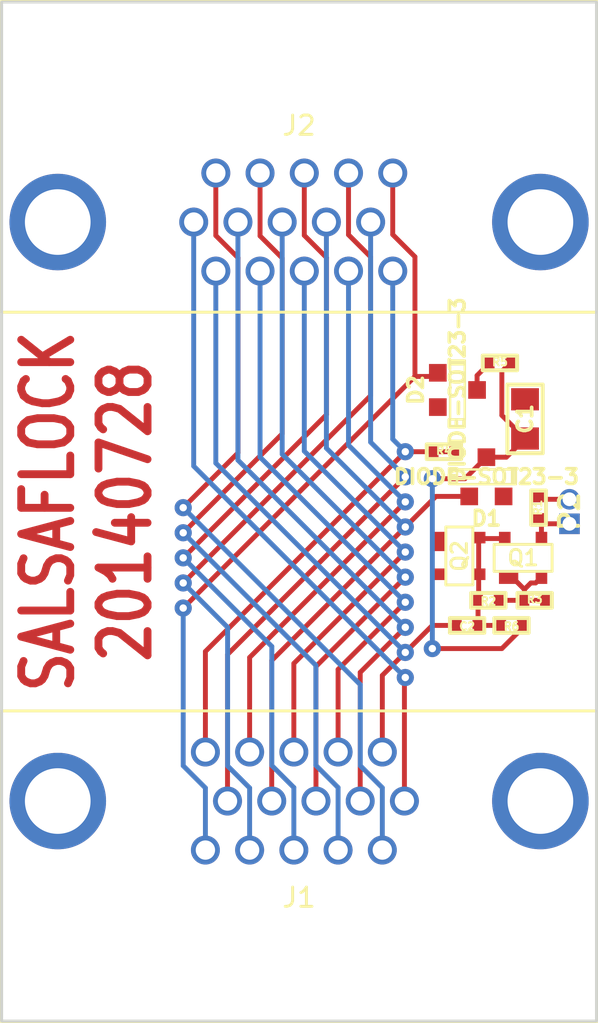
<source format=kicad_pcb>

(kicad_pcb
  (version 3)
  (host pcbnew "(2012-nov-02)-stable")
  (general
    (links 42)
    (no_connects 2)
    (area 102.507658 68.240999 140.739001 121.759001)
    (thickness 1.6)
    (drawings 6)
    (tracks 137)
    (zones 0)
    (modules 15)
    (nets 23))
  (page A3)
  (layers
    (15 F.Cu signal)
    (0 B.Cu signal hide)
    (16 B.Adhes user)
    (17 F.Adhes user)
    (18 B.Paste user)
    (19 F.Paste user)
    (20 B.SilkS user)
    (21 F.SilkS user hide)
    (22 B.Mask user)
    (23 F.Mask user)
    (24 Dwgs.User user)
    (25 Cmts.User user)
    (26 Eco1.User user)
    (27 Eco2.User user)
    (28 Edge.Cuts user))
  (setup
    (last_trace_width 0.254)
    (trace_clearance 0.254)
    (zone_clearance 0.254)
    (zone_45_only no)
    (trace_min 0.254)
    (segment_width 0.15)
    (edge_width 0.15)
    (via_size 0.889)
    (via_drill 0.381)
    (via_min_size 0.6858)
    (via_min_drill 0.381)
    (uvia_size 0.508)
    (uvia_drill 0.127)
    (uvias_allowed no)
    (uvia_min_size 0.508)
    (uvia_min_drill 0.127)
    (pcb_text_width 0.3)
    (pcb_text_size 1 1)
    (mod_edge_width 0.15)
    (mod_text_size 1 1)
    (mod_text_width 0.15)
    (pad_size 0.6 0.7)
    (pad_drill 0)
    (pad_to_mask_clearance 0.0762)
    (aux_axis_origin 0 0)
    (visible_elements FFFFBFBF)
    (pcbplotparams
      (layerselection 283672577)
      (usegerberextensions true)
      (excludeedgelayer true)
      (linewidth 152400)
      (plotframeref false)
      (viasonmask false)
      (mode 1)
      (useauxorigin false)
      (hpglpennumber 1)
      (hpglpenspeed 20)
      (hpglpendiameter 15)
      (hpglpenoverlay 2)
      (psnegative false)
      (psa4output false)
      (plotreference false)
      (plotvalue false)
      (plotothertext true)
      (plotinvisibletext false)
      (padsonsilk false)
      (subtractmaskfromsilk false)
      (outputformat 1)
      (mirror false)
      (drillshape 0)
      (scaleselection 1)
      (outputdirectory gerbers)))
  (net 0 "")
  (net 1 /DRAIN)
  (net 2 /GATE)
  (net 3 /KEY)
  (net 4 /RED)
  (net 5 /SCL)
  (net 6 /SHIELD)
  (net 7 /SOURCE)
  (net 8 /VGAGND)
  (net 9 GND)
  (net 10 N-000001)
  (net 11 N-0000010)
  (net 12 N-0000011)
  (net 13 N-0000014)
  (net 14 N-0000016)
  (net 15 N-000002)
  (net 16 N-000003)
  (net 17 N-000004)
  (net 18 N-000005)
  (net 19 N-000006)
  (net 20 N-000007)
  (net 21 N-000008)
  (net 22 N-000009)
  (net_class Default "This is the default net class."
    (clearance 0.254)
    (trace_width 0.254)
    (via_dia 0.889)
    (via_drill 0.381)
    (uvia_dia 0.508)
    (uvia_drill 0.127)
    (add_net "")
    (add_net /DRAIN)
    (add_net /GATE)
    (add_net /KEY)
    (add_net /RED)
    (add_net /SCL)
    (add_net /SHIELD)
    (add_net /SOURCE)
    (add_net /VGAGND)
    (add_net GND)
    (add_net N-000001)
    (add_net N-0000010)
    (add_net N-0000011)
    (add_net N-0000014)
    (add_net N-0000016)
    (add_net N-000002)
    (add_net N-000003)
    (add_net N-000004)
    (add_net N-000005)
    (add_net N-000006)
    (add_net N-000007)
    (add_net N-000008)
    (add_net N-000009))
  (module GSG-0402
    (layer F.Cu)
    (tedit 53B03450)
    (tstamp 53B0360A)
    (at 134.8 99.6)
    (path /53703213)
    (solder_mask_margin 0.1016)
    (fp_text reference R2
      (at 0 0.0508)
      (layer F.SilkS)
      (effects
        (font
          (size 0.4064 0.4064)
          (thickness 0.1016))))
    (fp_text value 10k
      (at 0 0.0508)
      (layer F.SilkS) hide
      (effects
        (font
          (size 0.4064 0.4064)
          (thickness 0.1016))))
    (fp_line
      (start 0.889 -0.381)
      (end 0.889 0.381)
      (layer F.SilkS)
      (width 0.2032))
    (fp_line
      (start 0.889 0.381)
      (end -0.889 0.381)
      (layer F.SilkS)
      (width 0.2032))
    (fp_line
      (start -0.889 0.381)
      (end -0.889 -0.381)
      (layer F.SilkS)
      (width 0.2032))
    (fp_line
      (start -0.889 -0.381)
      (end 0.889 -0.381)
      (layer F.SilkS)
      (width 0.2032))
    (pad 2 smd rect
      (at 0.5334 0)
      (size 0.508 0.5588)
      (layers F.Cu F.Paste F.Mask)
      (net 7 /SOURCE)
      (solder_mask_margin 0.1016))
    (pad 1 smd rect
      (at -0.5334 0)
      (size 0.508 0.5588)
      (layers F.Cu F.Paste F.Mask)
      (net 2 /GATE)
      (die_length -2147.483648)
      (solder_mask_margin 0.1016)))
  (module GSG-0402
    (layer F.Cu)
    (tedit 53B3B4DC)
    (tstamp 53B03614)
    (at 137.4 94.8 90)
    (path /5370DAFA)
    (solder_mask_margin 0.1016)
    (fp_text reference R1
      (at 0 -0.037 90)
      (layer F.SilkS)
      (effects
        (font
          (size 0.4064 0.4064)
          (thickness 0.1016))))
    (fp_text value DNP
      (at 0 0.0508 90)
      (layer F.SilkS) hide
      (effects
        (font
          (size 0.4064 0.4064)
          (thickness 0.1016))))
    (fp_line
      (start 0.889 -0.381)
      (end 0.889 0.381)
      (layer F.SilkS)
      (width 0.2032))
    (fp_line
      (start 0.889 0.381)
      (end -0.889 0.381)
      (layer F.SilkS)
      (width 0.2032))
    (fp_line
      (start -0.889 0.381)
      (end -0.889 -0.381)
      (layer F.SilkS)
      (width 0.2032))
    (fp_line
      (start -0.889 -0.381)
      (end 0.889 -0.381)
      (layer F.SilkS)
      (width 0.2032))
    (pad 2 smd rect
      (at 0.5334 0 90)
      (size 0.508 0.5588)
      (layers F.Cu F.Paste F.Mask)
      (net 9 GND)
      (solder_mask_margin 0.1016))
    (pad 1 smd rect
      (at -0.5334 0 90)
      (size 0.508 0.5588)
      (layers F.Cu F.Paste F.Mask)
      (net 1 /DRAIN)
      (die_length -2147.483648)
      (solder_mask_margin 0.1016)))
  (module GSG-50MIL-HEADER-1x2-TH
    (layer F.Cu)
    (tedit 53B03A6B)
    (tstamp 53B035FA)
    (at 139 95 90)
    (path /53B03152)
    (fp_text reference P2
      (at 0 0 90)
      (layer F.SilkS)
      (effects
        (font
          (size 1.00076 1.00076)
          (thickness 0.2032))))
    (fp_text value ANTENNA
      (at 0 0 90)
      (layer F.SilkS) hide
      (effects
        (font
          (size 1.00076 1.00076)
          (thickness 0.2032))))
    (pad 1 thru_hole rect
      (at -0.635 0 90)
      (size 1.0668 1.0668)
      (drill 0.7112)
      (layers *.Cu *.Mask)
      (net 1 /DRAIN))
    (pad 2 thru_hole circle
      (at 0.635 0 90)
      (size 1.0668 1.0668)
      (drill 0.7112)
      (layers *.Cu *.Mask)
      (net 9 GND)))
  (module GSG-0402-SHORT-10MIL
    (layer F.Cu)
    (tedit 53B57B9C)
    (tstamp 53B03628)
    (at 132.5 91.9 180)
    (path /53B032AD)
    (solder_mask_margin 0.1016)
    (fp_text reference R4
      (at 0 0.0508 180)
      (layer F.SilkS)
      (effects
        (font
          (size 0.4064 0.4064)
          (thickness 0.1016))))
    (fp_text value 0
      (at 0 0.0508 180)
      (layer F.SilkS) hide
      (effects
        (font
          (size 0.4064 0.4064)
          (thickness 0.1016))))
    (fp_line
      (start 0.889 -0.381)
      (end 0.889 0.381)
      (layer F.SilkS)
      (width 0.2032))
    (fp_line
      (start 0.889 0.381)
      (end -0.889 0.381)
      (layer F.SilkS)
      (width 0.2032))
    (fp_line
      (start -0.889 0.381)
      (end -0.889 -0.381)
      (layer F.SilkS)
      (width 0.2032))
    (fp_line
      (start -0.889 -0.381)
      (end 0.889 -0.381)
      (layer F.SilkS)
      (width 0.2032))
    (pad 2 smd rect
      (at 0.5334 0 180)
      (size 0.508 0.5588)
      (layers F.Cu F.Mask)
      (net 8 /VGAGND)
      (solder_mask_margin 0.1016))
    (pad 1 smd rect
      (at -0.5334 0 180)
      (size 0.508 0.5588)
      (layers F.Cu F.Mask)
      (die_length -2147.483648)
      (solder_mask_margin 0.1016))
    (pad "" smd rect
      (at 0 0 180)
      (size 0.762 0.254)
      (layers F.Cu F.Mask)))
  (module GSG-0402-SHORT-10MIL
    (layer F.Cu)
    (tedit 53B57B9C)
    (tstamp 53B0361E)
    (at 137.2 99.6 180)
    (path /5370DB07)
    (solder_mask_margin 0.1016)
    (fp_text reference R3
      (at 0 0.0508 180)
      (layer F.SilkS)
      (effects
        (font
          (size 0.4064 0.4064)
          (thickness 0.1016))))
    (fp_text value 0
      (at 0 0.0508 180)
      (layer F.SilkS) hide
      (effects
        (font
          (size 0.4064 0.4064)
          (thickness 0.1016))))
    (fp_line
      (start 0.889 -0.381)
      (end 0.889 0.381)
      (layer F.SilkS)
      (width 0.2032))
    (fp_line
      (start 0.889 0.381)
      (end -0.889 0.381)
      (layer F.SilkS)
      (width 0.2032))
    (fp_line
      (start -0.889 0.381)
      (end -0.889 -0.381)
      (layer F.SilkS)
      (width 0.2032))
    (fp_line
      (start -0.889 -0.381)
      (end 0.889 -0.381)
      (layer F.SilkS)
      (width 0.2032))
    (pad 2 smd rect
      (at 0.5334 0 180)
      (size 0.508 0.5588)
      (layers F.Cu F.Mask)
      (net 7 /SOURCE)
      (solder_mask_margin 0.1016))
    (pad 1 smd rect
      (at -0.5334 0 180)
      (size 0.508 0.5588)
      (layers F.Cu F.Mask)
      (die_length -2147.483648)
      (solder_mask_margin 0.1016))
    (pad "" smd rect
      (at 0 0 180)
      (size 0.762 0.254)
      (layers F.Cu F.Mask)))
  (module GSG-DB15-VGA
    (layer F.Cu)
    (tedit 53C81AA9)
    (tstamp 53C81BF1)
    (at 125 110)
    (path /53C80301)
    (fp_text reference J1
      (at 0 5)
      (layer F.SilkS)
      (effects
        (font
          (size 1 1)
          (thickness 0.15))))
    (fp_text value DB15-VGA
      (at 0 7)
      (layer F.SilkS) hide
      (effects
        (font
          (size 1 1)
          (thickness 0.15))))
    (fp_line
      (start -15.41 11.43)
      (end 15.41 11.43)
      (layer F.SilkS)
      (width 0.15))
    (fp_line
      (start 15.41 -4.67)
      (end -15.41 -4.67)
      (layer F.SilkS)
      (width 0.15))
    (fp_line
      (start 15.41 11.43)
      (end 15.41 -4.67)
      (layer F.SilkS)
      (width 0.15))
    (fp_line
      (start -15.41 11.43)
      (end -15.41 -4.67)
      (layer F.SilkS)
      (width 0.15))
    (pad 0 thru_hole circle
      (at -12.495 0)
      (size 5 5)
      (drill 3.4)
      (layers *.Cu *.Mask))
    (pad 0 thru_hole circle
      (at 12.495 0)
      (size 5 5)
      (drill 3.4)
      (layers *.Cu *.Mask))
    (pad 6 thru_hole circle
      (at 5.455 0)
      (size 1.5 1.5)
      (drill 1)
      (layers *.Cu *.Mask)
      (net 19 N-000006))
    (pad 7 thru_hole circle
      (at 3.165 0)
      (size 1.5 1.5)
      (drill 1)
      (layers *.Cu *.Mask)
      (net 15 N-000002))
    (pad 8 thru_hole circle
      (at 0.875 0)
      (size 1.5 1.5)
      (drill 1)
      (layers *.Cu *.Mask)
      (net 20 N-000007))
    (pad 9 thru_hole circle
      (at -1.415 0)
      (size 1.5 1.5)
      (drill 1)
      (layers *.Cu *.Mask)
      (net 3 /KEY))
    (pad 10 thru_hole circle
      (at -3.705 0)
      (size 1.5 1.5)
      (drill 1)
      (layers *.Cu *.Mask)
      (net 10 N-000001))
    (pad 1 thru_hole circle
      (at 4.31 -2.54)
      (size 1.5 1.5)
      (drill 1)
      (layers *.Cu *.Mask)
      (net 4 /RED))
    (pad 2 thru_hole circle
      (at 2.02 -2.54)
      (size 1.5 1.5)
      (drill 1)
      (layers *.Cu *.Mask)
      (net 16 N-000003))
    (pad 3 thru_hole circle
      (at -0.27 -2.54)
      (size 1.5 1.5)
      (drill 1)
      (layers *.Cu *.Mask)
      (net 17 N-000004))
    (pad 4 thru_hole circle
      (at -2.56 -2.54)
      (size 1.5 1.5)
      (drill 1)
      (layers *.Cu *.Mask)
      (net 18 N-000005))
    (pad 5 thru_hole circle
      (at -4.85 -2.54)
      (size 1.5 1.5)
      (drill 1)
      (layers *.Cu *.Mask)
      (net 8 /VGAGND))
    (pad 11 thru_hole circle
      (at 4.31 2.54)
      (size 1.5 1.5)
      (drill 1)
      (layers *.Cu *.Mask)
      (net 21 N-000008))
    (pad 12 thru_hole circle
      (at 2.02 2.54)
      (size 1.5 1.5)
      (drill 1)
      (layers *.Cu *.Mask)
      (net 22 N-000009))
    (pad 13 thru_hole circle
      (at -0.27 2.54)
      (size 1.5 1.5)
      (drill 1)
      (layers *.Cu *.Mask)
      (net 11 N-0000010))
    (pad 14 thru_hole circle
      (at -2.56 2.54)
      (size 1.5 1.5)
      (drill 1)
      (layers *.Cu *.Mask)
      (net 12 N-0000011))
    (pad 15 thru_hole circle
      (at -4.85 2.54)
      (size 1.5 1.5)
      (drill 1)
      (layers *.Cu *.Mask)
      (net 5 /SCL)))
  (module GSG-DB15-VGA
    (layer F.Cu)
    (tedit 53C81AA9)
    (tstamp 53C81C0A)
    (at 125 80 180)
    (path /53C8030E)
    (fp_text reference J2
      (at 0 5 180)
      (layer F.SilkS)
      (effects
        (font
          (size 1 1)
          (thickness 0.15))))
    (fp_text value DB15-VGA
      (at 0 7 180)
      (layer F.SilkS) hide
      (effects
        (font
          (size 1 1)
          (thickness 0.15))))
    (fp_line
      (start -15.41 11.43)
      (end 15.41 11.43)
      (layer F.SilkS)
      (width 0.15))
    (fp_line
      (start 15.41 -4.67)
      (end -15.41 -4.67)
      (layer F.SilkS)
      (width 0.15))
    (fp_line
      (start 15.41 11.43)
      (end 15.41 -4.67)
      (layer F.SilkS)
      (width 0.15))
    (fp_line
      (start -15.41 11.43)
      (end -15.41 -4.67)
      (layer F.SilkS)
      (width 0.15))
    (pad 0 thru_hole circle
      (at -12.495 0 180)
      (size 5 5)
      (drill 3.4)
      (layers *.Cu *.Mask))
    (pad 0 thru_hole circle
      (at 12.495 0 180)
      (size 5 5)
      (drill 3.4)
      (layers *.Cu *.Mask))
    (pad 6 thru_hole circle
      (at 5.455 0 180)
      (size 1.5 1.5)
      (drill 1)
      (layers *.Cu *.Mask)
      (net 19 N-000006))
    (pad 7 thru_hole circle
      (at 3.165 0 180)
      (size 1.5 1.5)
      (drill 1)
      (layers *.Cu *.Mask)
      (net 15 N-000002))
    (pad 8 thru_hole circle
      (at 0.875 0 180)
      (size 1.5 1.5)
      (drill 1)
      (layers *.Cu *.Mask)
      (net 20 N-000007))
    (pad 9 thru_hole circle
      (at -1.415 0 180)
      (size 1.5 1.5)
      (drill 1)
      (layers *.Cu *.Mask)
      (net 3 /KEY))
    (pad 10 thru_hole circle
      (at -3.705 0 180)
      (size 1.5 1.5)
      (drill 1)
      (layers *.Cu *.Mask)
      (net 10 N-000001))
    (pad 1 thru_hole circle
      (at 4.31 -2.54 180)
      (size 1.5 1.5)
      (drill 1)
      (layers *.Cu *.Mask)
      (net 4 /RED))
    (pad 2 thru_hole circle
      (at 2.02 -2.54 180)
      (size 1.5 1.5)
      (drill 1)
      (layers *.Cu *.Mask)
      (net 16 N-000003))
    (pad 3 thru_hole circle
      (at -0.27 -2.54 180)
      (size 1.5 1.5)
      (drill 1)
      (layers *.Cu *.Mask)
      (net 17 N-000004))
    (pad 4 thru_hole circle
      (at -2.56 -2.54 180)
      (size 1.5 1.5)
      (drill 1)
      (layers *.Cu *.Mask)
      (net 18 N-000005))
    (pad 5 thru_hole circle
      (at -4.85 -2.54 180)
      (size 1.5 1.5)
      (drill 1)
      (layers *.Cu *.Mask)
      (net 8 /VGAGND))
    (pad 11 thru_hole circle
      (at 4.31 2.54 180)
      (size 1.5 1.5)
      (drill 1)
      (layers *.Cu *.Mask)
      (net 21 N-000008))
    (pad 12 thru_hole circle
      (at 2.02 2.54 180)
      (size 1.5 1.5)
      (drill 1)
      (layers *.Cu *.Mask)
      (net 22 N-000009))
    (pad 13 thru_hole circle
      (at -0.27 2.54 180)
      (size 1.5 1.5)
      (drill 1)
      (layers *.Cu *.Mask)
      (net 11 N-0000010))
    (pad 14 thru_hole circle
      (at -2.56 2.54 180)
      (size 1.5 1.5)
      (drill 1)
      (layers *.Cu *.Mask)
      (net 12 N-0000011))
    (pad 15 thru_hole circle
      (at -4.85 2.54 180)
      (size 1.5 1.5)
      (drill 1)
      (layers *.Cu *.Mask)
      (net 5 /SCL)))
  (module GSG-0402
    (layer F.Cu)
    (tedit 53B03450)
    (tstamp 53C81C3A)
    (at 135.4 87.3 180)
    (path /53BD859D)
    (solder_mask_margin 0.1016)
    (fp_text reference R5
      (at 0 0.0508 180)
      (layer F.SilkS)
      (effects
        (font
          (size 0.4064 0.4064)
          (thickness 0.1016))))
    (fp_text value 10k
      (at 0 0.0508 180)
      (layer F.SilkS) hide
      (effects
        (font
          (size 0.4064 0.4064)
          (thickness 0.1016))))
    (fp_line
      (start 0.889 -0.381)
      (end 0.889 0.381)
      (layer F.SilkS)
      (width 0.2032))
    (fp_line
      (start 0.889 0.381)
      (end -0.889 0.381)
      (layer F.SilkS)
      (width 0.2032))
    (fp_line
      (start -0.889 0.381)
      (end -0.889 -0.381)
      (layer F.SilkS)
      (width 0.2032))
    (fp_line
      (start -0.889 -0.381)
      (end 0.889 -0.381)
      (layer F.SilkS)
      (width 0.2032))
    (pad 2 smd rect
      (at 0.5334 0 180)
      (size 0.508 0.5588)
      (layers F.Cu F.Paste F.Mask)
      (net 13 N-0000014)
      (solder_mask_margin 0.1016))
    (pad 1 smd rect
      (at -0.5334 0 180)
      (size 0.508 0.5588)
      (layers F.Cu F.Paste F.Mask)
      (net 14 N-0000016)
      (die_length -2147.483648)
      (solder_mask_margin 0.1016)))
  (module GSG-0402
    (layer F.Cu)
    (tedit 53B03450)
    (tstamp 53C81C44)
    (at 133.7 100.9)
    (path /53BD8613)
    (solder_mask_margin 0.1016)
    (fp_text reference C2
      (at 0 0.0508)
      (layer F.SilkS)
      (effects
        (font
          (size 0.4064 0.4064)
          (thickness 0.1016))))
    (fp_text value 1uF
      (at 0 0.0508)
      (layer F.SilkS) hide
      (effects
        (font
          (size 0.4064 0.4064)
          (thickness 0.1016))))
    (fp_line
      (start 0.889 -0.381)
      (end 0.889 0.381)
      (layer F.SilkS)
      (width 0.2032))
    (fp_line
      (start 0.889 0.381)
      (end -0.889 0.381)
      (layer F.SilkS)
      (width 0.2032))
    (fp_line
      (start -0.889 0.381)
      (end -0.889 -0.381)
      (layer F.SilkS)
      (width 0.2032))
    (fp_line
      (start -0.889 -0.381)
      (end 0.889 -0.381)
      (layer F.SilkS)
      (width 0.2032))
    (pad 2 smd rect
      (at 0.5334 0)
      (size 0.508 0.5588)
      (layers F.Cu F.Paste F.Mask)
      (net 2 /GATE)
      (solder_mask_margin 0.1016))
    (pad 1 smd rect
      (at -0.5334 0)
      (size 0.508 0.5588)
      (layers F.Cu F.Paste F.Mask)
      (net 4 /RED)
      (die_length -2147.483648)
      (solder_mask_margin 0.1016)))
  (module GSG-0402
    (layer F.Cu)
    (tedit 53B03450)
    (tstamp 53C81C4E)
    (at 136 100.9)
    (path /53BD8718)
    (solder_mask_margin 0.1016)
    (fp_text reference R6
      (at 0 0.0508)
      (layer F.SilkS)
      (effects
        (font
          (size 0.4064 0.4064)
          (thickness 0.1016))))
    (fp_text value 10k
      (at 0 0.0508)
      (layer F.SilkS) hide
      (effects
        (font
          (size 0.4064 0.4064)
          (thickness 0.1016))))
    (fp_line
      (start 0.889 -0.381)
      (end 0.889 0.381)
      (layer F.SilkS)
      (width 0.2032))
    (fp_line
      (start 0.889 0.381)
      (end -0.889 0.381)
      (layer F.SilkS)
      (width 0.2032))
    (fp_line
      (start -0.889 0.381)
      (end -0.889 -0.381)
      (layer F.SilkS)
      (width 0.2032))
    (fp_line
      (start -0.889 -0.381)
      (end 0.889 -0.381)
      (layer F.SilkS)
      (width 0.2032))
    (pad 2 smd rect
      (at 0.5334 0)
      (size 0.508 0.5588)
      (layers F.Cu F.Paste F.Mask)
      (net 14 N-0000016)
      (solder_mask_margin 0.1016))
    (pad 1 smd rect
      (at -0.5334 0)
      (size 0.508 0.5588)
      (layers F.Cu F.Paste F.Mask)
      (net 2 /GATE)
      (die_length -2147.483648)
      (solder_mask_margin 0.1016)))
  (module GSG-0805
    (layer F.Cu)
    (tedit 53C84948)
    (tstamp 53C81C30)
    (at 136.7 90.2 270)
    (path /53BD8720)
    (solder_mask_margin 0.1016)
    (fp_text reference C1
      (at 0 0 270)
      (layer F.SilkS)
      (effects
        (font
          (size 0.762 0.762)
          (thickness 0.1905))))
    (fp_text value 22uF
      (at 0 0 270)
      (layer F.SilkS) hide
      (effects
        (font
          (size 0.762 0.762)
          (thickness 0.1905))))
    (fp_line
      (start -1.778 -0.9144)
      (end 1.778 -0.9144)
      (layer F.SilkS)
      (width 0.2032))
    (fp_line
      (start 1.778 -0.9144)
      (end 1.778 0.9144)
      (layer F.SilkS)
      (width 0.2032))
    (fp_line
      (start 1.778 0.9144)
      (end -1.778 0.9144)
      (layer F.SilkS)
      (width 0.2032))
    (fp_line
      (start -1.778 0.9144)
      (end -1.778 -0.9144)
      (layer F.SilkS)
      (width 0.2032))
    (pad 2 smd rect
      (at 1.016 0 270)
      (size 1.15062 1.44018)
      (layers F.Cu F.Paste F.Mask)
      (net 14 N-0000016)
      (die_length 0.08128)
      (solder_mask_margin 0.1016)
      (clearance 0.1778))
    (pad 1 smd rect
      (at -1.016 0 270)
      (size 1.15062 1.44018)
      (layers F.Cu F.Paste F.Mask)
      (die_length -2147.483648)
      (solder_mask_margin 0.1016)
      (clearance 0.1778)))
  (module GSG-SOT23-3
    (layer F.Cu)
    (tedit 53D5BEF1)
    (tstamp 53C81C18)
    (at 133.2 88.7 90)
    (tags "CMS SOT")
    (path /53D5C057)
    (attr smd)
    (fp_text reference D2
      (at 0 -2.159 90)
      (layer F.SilkS)
      (effects
        (font
          (size 0.762 0.762)
          (thickness 0.1905))))
    (fp_text value DIODE-SOT23-3
      (at 0 0 90)
      (layer F.SilkS)
      (effects
        (font
          (size 0.762 0.762)
          (thickness 0.1905))))
    (fp_line
      (start -1.524 -0.381)
      (end 1.524 -0.381)
      (layer F.SilkS)
      (width 0.127))
    (fp_line
      (start 1.524 -0.381)
      (end 1.524 0.381)
      (layer F.SilkS)
      (width 0.127))
    (fp_line
      (start 1.524 0.381)
      (end -1.524 0.381)
      (layer F.SilkS)
      (width 0.127))
    (fp_line
      (start -1.524 0.381)
      (end -1.524 -0.381)
      (layer F.SilkS)
      (width 0.127))
    (pad 2 smd rect
      (at -0.889 -1.016 90)
      (size 0.9144 0.9144)
      (layers F.Cu F.Paste F.Mask)
      (die_length 0.00762))
    (pad 1 smd rect
      (at 0.889 -1.016 90)
      (size 0.9144 0.9144)
      (layers F.Cu F.Paste F.Mask)
      (net 5 /SCL))
    (pad 3 smd rect
      (at 0 1.016 90)
      (size 0.9144 0.9144)
      (layers F.Cu F.Paste F.Mask)
      (net 13 N-0000014)
      (die_length 0.28194))
    (model smd/cms_sot23.wrl
      (at
        (xyz 0 0 0))
      (scale
        (xyz 0.13 0.15 0.15))
      (rotate
        (xyz 0 0 0))))
  (module GSG-SOT23-3
    (layer F.Cu)
    (tedit 53D5BEF1)
    (tstamp 53C81C26)
    (at 134.7 93.2 180)
    (tags "CMS SOT")
    (path /53D5C022)
    (attr smd)
    (fp_text reference D1
      (at 0 -2.159 180)
      (layer F.SilkS)
      (effects
        (font
          (size 0.762 0.762)
          (thickness 0.1905))))
    (fp_text value DIODE-SOT23-3
      (at 0 0 180)
      (layer F.SilkS)
      (effects
        (font
          (size 0.762 0.762)
          (thickness 0.1905))))
    (fp_line
      (start -1.524 -0.381)
      (end 1.524 -0.381)
      (layer F.SilkS)
      (width 0.127))
    (fp_line
      (start 1.524 -0.381)
      (end 1.524 0.381)
      (layer F.SilkS)
      (width 0.127))
    (fp_line
      (start 1.524 0.381)
      (end -1.524 0.381)
      (layer F.SilkS)
      (width 0.127))
    (fp_line
      (start -1.524 0.381)
      (end -1.524 -0.381)
      (layer F.SilkS)
      (width 0.127))
    (pad 2 smd rect
      (at -0.889 -1.016 180)
      (size 0.9144 0.9144)
      (layers F.Cu F.Paste F.Mask)
      (die_length 0.00762))
    (pad 1 smd rect
      (at 0.889 -1.016 180)
      (size 0.9144 0.9144)
      (layers F.Cu F.Paste F.Mask)
      (net 3 /KEY))
    (pad 3 smd rect
      (at 0 1.016 180)
      (size 0.9144 0.9144)
      (layers F.Cu F.Paste F.Mask)
      (net 14 N-0000016)
      (die_length 0.28194))
    (model smd/cms_sot23.wrl
      (at
        (xyz 0 0 0))
      (scale
        (xyz 0.13 0.15 0.15))
      (rotate
        (xyz 0 0 0))))
  (module GSG-SOT143B-GDS
    (layer F.Cu)
    (tedit 53D5C311)
    (tstamp 53B035F4)
    (at 136.6 97.4)
    (path /53D5C0DC)
    (fp_text reference Q1
      (at 0 0)
      (layer F.SilkS)
      (effects
        (font
          (size 0.8 0.8)
          (thickness 0.15))))
    (fp_text value MOSFET_N
      (at 0 0)
      (layer F.SilkS) hide
      (effects
        (font
          (size 0.8 0.8)
          (thickness 0.15))))
    (fp_line
      (start -1.5 -0.7)
      (end 1.5 -0.7)
      (layer F.SilkS)
      (width 0.15))
    (fp_line
      (start 1.5 -0.7)
      (end 1.5 0.7)
      (layer F.SilkS)
      (width 0.15))
    (fp_line
      (start 1.5 0.7)
      (end -1.5 0.7)
      (layer F.SilkS)
      (width 0.15))
    (fp_line
      (start -1.5 0.7)
      (end -1.5 -0.7)
      (layer F.SilkS)
      (width 0.15))
    (pad B smd rect
      (at -0.75 1)
      (size 1 0.7)
      (layers F.Cu F.Paste F.Mask)
      (net 7 /SOURCE))
    (pad S smd rect
      (at 0.95 1)
      (size 0.6 0.7)
      (layers F.Cu F.Paste F.Mask)
      (net 7 /SOURCE))
    (pad D smd rect
      (at 0.95 -1)
      (size 0.6 0.7)
      (layers F.Cu F.Paste F.Mask)
      (net 1 /DRAIN))
    (pad G smd rect
      (at -0.95 -1)
      (size 0.6 0.7)
      (layers F.Cu F.Paste F.Mask)
      (net 2 /GATE)))
  (module GSG-SOT143B-GDS
    (layer F.Cu)
    (tedit 53D5C311)
    (tstamp 53C81BD8)
    (at 133.3 97.3 270)
    (path /53BD8551)
    (fp_text reference Q2
      (at 0 0 270)
      (layer F.SilkS)
      (effects
        (font
          (size 0.8 0.8)
          (thickness 0.15))))
    (fp_text value MOSFET_N
      (at 0 0 270)
      (layer F.SilkS) hide
      (effects
        (font
          (size 0.8 0.8)
          (thickness 0.15))))
    (fp_line
      (start -1.5 -0.7)
      (end 1.5 -0.7)
      (layer F.SilkS)
      (width 0.15))
    (fp_line
      (start 1.5 -0.7)
      (end 1.5 0.7)
      (layer F.SilkS)
      (width 0.15))
    (fp_line
      (start 1.5 0.7)
      (end -1.5 0.7)
      (layer F.SilkS)
      (width 0.15))
    (fp_line
      (start -1.5 0.7)
      (end -1.5 -0.7)
      (layer F.SilkS)
      (width 0.15))
    (pad B smd rect
      (at -0.75 1 270)
      (size 1 0.7)
      (layers F.Cu F.Paste F.Mask))
    (pad S smd rect
      (at 0.95 1 270)
      (size 0.6 0.7)
      (layers F.Cu F.Paste F.Mask))
    (pad D smd rect
      (at 0.95 -1 270)
      (size 0.6 0.7)
      (layers F.Cu F.Paste F.Mask)
      (net 2 /GATE))
    (pad G smd rect
      (at -0.95 -1 270)
      (size 0.6 0.7)
      (layers F.Cu F.Paste F.Mask)
      (net 2 /GATE)))
  (gr_line
    (start 140.4 68.6)
    (end 109.6 68.6)
    (angle 90)
    (layer Edge.Cuts)
    (width 0.15))
  (gr_line
    (start 140.4 121.4)
    (end 140.4 68.6)
    (angle 90)
    (layer Edge.Cuts)
    (width 0.15))
  (gr_line
    (start 109.6 121.4)
    (end 140.4 121.4)
    (angle 90)
    (layer Edge.Cuts)
    (width 0.15))
  (gr_line
    (start 109.6 68.6)
    (end 109.6 121.4)
    (angle 90)
    (layer Edge.Cuts)
    (width 0.15))
  (gr_text 20140728
    (at 116 95 90)
    (layer F.Cu)
    (effects
      (font
        (size 2.54 2.032)
        (thickness 0.4064))))
  (gr_text SALSAFLOCK
    (at 112 95 90)
    (layer F.Cu)
    (effects
      (font
        (size 2.54 2.032)
        (thickness 0.4064))))
  (segment
    (start 137.55 96.4)
    (end 137.55 95.4834)
    (width 0.254)
    (layer F.Cu)
    (net 1))
  (segment
    (start 137.55 95.4834)
    (end 137.4 95.3334)
    (width 0.254)
    (layer F.Cu)
    (net 1))
  (segment
    (start 139 95.635)
    (end 137.7016 95.635)
    (width 0.254)
    (layer F.Cu)
    (net 1))
  (segment
    (start 137.7016 95.635)
    (end 137.4 95.3334)
    (width 0.254)
    (layer F.Cu)
    (net 1))
  (segment
    (start 134.2334 100.9)
    (end 135.4666 100.9)
    (width 0.254)
    (layer F.Cu)
    (net 2))
  (segment
    (start 134.2666 99.6)
    (end 134.2666 100.8668)
    (width 0.254)
    (layer F.Cu)
    (net 2))
  (segment
    (start 134.2666 100.8668)
    (end 134.2334 100.9)
    (width 0.254)
    (layer F.Cu)
    (net 2))
  (segment
    (start 134.3 98.25)
    (end 134.3 99.5666)
    (width 0.254)
    (layer F.Cu)
    (net 2))
  (segment
    (start 134.3 99.5666)
    (end 134.2666 99.6)
    (width 0.254)
    (layer F.Cu)
    (net 2))
  (segment
    (start 134.3 96.35)
    (end 134.3 98.25)
    (width 0.254)
    (layer F.Cu)
    (net 2))
  (segment
    (start 135.65 96.4)
    (end 134.35 96.4)
    (width 0.254)
    (layer F.Cu)
    (net 2))
  (segment
    (start 134.35 96.4)
    (end 134.3 96.35)
    (width 0.254)
    (layer F.Cu)
    (net 2))
  (segment
    (start 133.811 94.216)
    (end 132.084 94.216)
    (width 0.254)
    (layer F.Cu)
    (net 3))
  (segment
    (start 132.084 94.216)
    (end 130.5 95.8)
    (width 0.254)
    (layer F.Cu)
    (net 3))
  (segment
    (start 123.585 110)
    (end 123.585 102.715)
    (width 0.254)
    (layer F.Cu)
    (net 3))
  (segment
    (start 126.415 91.715)
    (end 126.415 80)
    (width 0.254)
    (layer B.Cu)
    (net 3))
  (segment
    (start 130.5 95.8)
    (end 126.415 91.715)
    (width 0.254)
    (layer B.Cu)
    (net 3))
  (segment
    (start 123.585 102.715)
    (end 130.5 95.8)
    (width 0.254)
    (layer F.Cu)
    (net 3))
  (segment
    (start 133.1666 100.9)
    (end 131.9 100.9)
    (width 0.254)
    (layer F.Cu)
    (net 4))
  (segment
    (start 131.9 100.9)
    (end 130.5 102.3)
    (width 0.254)
    (layer F.Cu)
    (net 4))
  (segment
    (start 129.31 107.46)
    (end 129.31 103.49)
    (width 0.254)
    (layer F.Cu)
    (net 4))
  (segment
    (start 120.69 92.49)
    (end 120.69 82.54)
    (width 0.254)
    (layer B.Cu)
    (net 4))
  (segment
    (start 130.5 102.3)
    (end 120.69 92.49)
    (width 0.254)
    (layer B.Cu)
    (net 4))
  (segment
    (start 129.31 103.49)
    (end 130.5 102.3)
    (width 0.254)
    (layer F.Cu)
    (net 4))
  (segment
    (start 131 88)
    (end 131.995 88)
    (width 0.254)
    (layer F.Cu)
    (net 5))
  (segment
    (start 131.995 88)
    (end 132.184 87.811)
    (width 0.254)
    (layer F.Cu)
    (net 5))
  (segment
    (start 119 108.17)
    (end 119 100)
    (width 0.254)
    (layer B.Cu)
    (net 5))
  (segment
    (start 120.15 109.32)
    (end 119 108.17)
    (width 0.254)
    (layer B.Cu)
    (net 5))
  (segment
    (start 120.15 112.54)
    (end 120.15 109.32)
    (width 0.254)
    (layer B.Cu)
    (net 5))
  (segment
    (start 129.85 80.65)
    (end 129.85 77.46)
    (width 0.254)
    (layer F.Cu)
    (net 5))
  (segment
    (start 131 81.8)
    (end 129.85 80.65)
    (width 0.254)
    (layer F.Cu)
    (net 5))
  (segment
    (start 131 88)
    (end 131 81.8)
    (width 0.254)
    (layer F.Cu)
    (net 5))
  (segment
    (start 119 100)
    (end 131 88)
    (width 0.254)
    (layer F.Cu)
    (net 5))
  (segment
    (start 135.85 98.4)
    (end 136.0332 98.4)
    (width 0.254)
    (layer F.Cu)
    (net 7))
  (segment
    (start 136.0332 98.4)
    (end 136.6666 99.0334)
    (width 0.254)
    (layer F.Cu)
    (net 7))
  (segment
    (start 136.6666 99.6)
    (end 136.6666 99.0334)
    (width 0.254)
    (layer F.Cu)
    (net 7))
  (segment
    (start 137.25 98.7)
    (end 137.55 98.4)
    (width 0.254)
    (layer F.Cu)
    (net 7))
  (segment
    (start 137 98.7)
    (end 137.25 98.7)
    (width 0.254)
    (layer F.Cu)
    (net 7))
  (segment
    (start 136.6666 99.0334)
    (end 137 98.7)
    (width 0.254)
    (layer F.Cu)
    (net 7))
  (segment
    (start 135.3334 99.6)
    (end 136.6666 99.6)
    (width 0.254)
    (layer F.Cu)
    (net 7))
  (segment
    (start 131.9666 91.9)
    (end 130.5 91.9)
    (width 0.254)
    (layer F.Cu)
    (net 8))
  (segment
    (start 120.15 107.46)
    (end 120.15 102.25)
    (width 0.254)
    (layer F.Cu)
    (net 8))
  (segment
    (start 129.85 91.25)
    (end 129.85 82.54)
    (width 0.254)
    (layer B.Cu)
    (net 8))
  (segment
    (start 130.5 91.9)
    (end 129.85 91.25)
    (width 0.254)
    (layer B.Cu)
    (net 8))
  (segment
    (start 120.15 102.25)
    (end 130.5 91.9)
    (width 0.254)
    (layer F.Cu)
    (net 8))
  (segment
    (start 139 94.365)
    (end 137.4984 94.365)
    (width 0.254)
    (layer F.Cu)
    (net 9))
  (segment
    (start 137.4984 94.365)
    (end 137.4 94.2666)
    (width 0.254)
    (layer F.Cu)
    (net 9))
  (segment
    (start 121.295 110)
    (end 121.295 102.405)
    (width 0.254)
    (layer F.Cu)
    (net 10))
  (segment
    (start 128.705 91.405)
    (end 128.705 80)
    (width 0.254)
    (layer B.Cu)
    (net 10))
  (segment
    (start 130.5 93.2)
    (end 128.705 91.405)
    (width 0.254)
    (layer B.Cu)
    (net 10))
  (segment
    (start 121.295 102.405)
    (end 130.5 93.2)
    (width 0.254)
    (layer F.Cu)
    (net 10))
  (segment
    (start 119 97.4)
    (end 126.42 89.98)
    (width 0.254)
    (layer F.Cu)
    (net 11))
  (segment
    (start 123.59 101.99)
    (end 119 97.4)
    (width 0.254)
    (layer B.Cu)
    (net 11))
  (segment
    (start 124.73 109.3)
    (end 123.59 108.16)
    (width 0.254)
    (layer B.Cu)
    (net 11))
  (segment
    (start 124.73 112.54)
    (end 124.73 109.3)
    (width 0.254)
    (layer B.Cu)
    (net 11))
  (segment
    (start 123.59 108.16)
    (end 123.59 101.99)
    (width 0.254)
    (layer B.Cu)
    (net 11))
  (segment
    (start 125.27 80.69)
    (end 125.27 77.46)
    (width 0.254)
    (layer F.Cu)
    (net 11))
  (segment
    (start 126.42 81.84)
    (end 125.27 80.69)
    (width 0.254)
    (layer F.Cu)
    (net 11))
  (segment
    (start 126.42 89.98)
    (end 126.42 81.84)
    (width 0.254)
    (layer F.Cu)
    (net 11))
  (segment
    (start 121.3 108.18)
    (end 121.3 101)
    (width 0.254)
    (layer B.Cu)
    (net 12))
  (segment
    (start 122.44 109.32)
    (end 121.3 108.18)
    (width 0.254)
    (layer B.Cu)
    (net 12))
  (segment
    (start 122.44 112.54)
    (end 122.44 109.32)
    (width 0.254)
    (layer B.Cu)
    (net 12))
  (segment
    (start 127.56 80.66)
    (end 127.56 77.46)
    (width 0.254)
    (layer F.Cu)
    (net 12))
  (segment
    (start 128.7 81.8)
    (end 127.56 80.66)
    (width 0.254)
    (layer F.Cu)
    (net 12))
  (segment
    (start 128.7 89)
    (end 128.7 81.8)
    (width 0.254)
    (layer F.Cu)
    (net 12))
  (segment
    (start 119 98.7)
    (end 128.7 89)
    (width 0.254)
    (layer F.Cu)
    (net 12))
  (segment
    (start 121.3 101)
    (end 119 98.7)
    (width 0.254)
    (layer B.Cu)
    (net 12))
  (segment
    (start 134.216 88.7)
    (end 134.216 87.9506)
    (width 0.254)
    (layer F.Cu)
    (net 13))
  (segment
    (start 134.216 87.9506)
    (end 134.8666 87.3)
    (width 0.254)
    (layer F.Cu)
    (net 13))
  (segment
    (start 136.5334 100.9)
    (end 136.5334 101.0666)
    (width 0.254)
    (layer F.Cu)
    (net 14))
  (segment
    (start 133.584 93.3)
    (end 134.7 92.184)
    (width 0.254)
    (layer F.Cu)
    (net 14))
  (segment
    (start 131.9 93.3)
    (end 133.584 93.3)
    (width 0.254)
    (layer F.Cu)
    (net 14))
  (segment
    (start 131.9 102.1)
    (end 131.9 93.3)
    (width 0.254)
    (layer B.Cu)
    (net 14))
  (segment
    (start 135.5 102.1)
    (end 131.9 102.1)
    (width 0.254)
    (layer F.Cu)
    (net 14))
  (segment
    (start 136.5334 101.0666)
    (end 135.5 102.1)
    (width 0.254)
    (layer F.Cu)
    (net 14))
  (segment
    (start 134.7 92.184)
    (end 135.732 92.184)
    (width 0.254)
    (layer F.Cu)
    (net 14))
  (segment
    (start 135.732 92.184)
    (end 136.7 91.216)
    (width 0.254)
    (layer F.Cu)
    (net 14))
  (segment
    (start 135.9334 87.3)
    (end 135.5 87.7334)
    (width 0.254)
    (layer F.Cu)
    (net 14))
  (segment
    (start 135.5 90.016)
    (end 136.7 91.216)
    (width 0.254)
    (layer F.Cu)
    (net 14))
  (segment
    (start 135.5 87.7334)
    (end 135.5 90.016)
    (width 0.254)
    (layer F.Cu)
    (net 14))
  (segment
    (start 128.165 110)
    (end 128.165 103.335)
    (width 0.254)
    (layer F.Cu)
    (net 15))
  (segment
    (start 121.835 92.335)
    (end 121.835 80)
    (width 0.254)
    (layer B.Cu)
    (net 15))
  (segment
    (start 130.5 101)
    (end 121.835 92.335)
    (width 0.254)
    (layer B.Cu)
    (net 15))
  (segment
    (start 128.165 103.335)
    (end 130.5 101)
    (width 0.254)
    (layer F.Cu)
    (net 15))
  (segment
    (start 127.02 107.46)
    (end 127.02 103.18)
    (width 0.254)
    (layer F.Cu)
    (net 16))
  (segment
    (start 122.98 92.18)
    (end 122.98 82.54)
    (width 0.254)
    (layer B.Cu)
    (net 16))
  (segment
    (start 130.5 99.7)
    (end 122.98 92.18)
    (width 0.254)
    (layer B.Cu)
    (net 16))
  (segment
    (start 127.02 103.18)
    (end 130.5 99.7)
    (width 0.254)
    (layer F.Cu)
    (net 16))
  (segment
    (start 124.73 107.46)
    (end 124.73 102.87)
    (width 0.254)
    (layer F.Cu)
    (net 17))
  (segment
    (start 125.27 91.87)
    (end 125.27 82.54)
    (width 0.254)
    (layer B.Cu)
    (net 17))
  (segment
    (start 130.5 97.1)
    (end 125.27 91.87)
    (width 0.254)
    (layer B.Cu)
    (net 17))
  (segment
    (start 124.73 102.87)
    (end 130.5 97.1)
    (width 0.254)
    (layer F.Cu)
    (net 17))
  (segment
    (start 122.44 107.46)
    (end 122.44 102.56)
    (width 0.254)
    (layer F.Cu)
    (net 18))
  (segment
    (start 127.56 91.56)
    (end 127.56 82.54)
    (width 0.254)
    (layer B.Cu)
    (net 18))
  (segment
    (start 130.5 94.5)
    (end 127.56 91.56)
    (width 0.254)
    (layer B.Cu)
    (net 18))
  (segment
    (start 122.44 102.56)
    (end 130.5 94.5)
    (width 0.254)
    (layer F.Cu)
    (net 18))
  (segment
    (start 130.455 110)
    (end 130.455 103.645)
    (width 0.254)
    (layer F.Cu)
    (net 19))
  (segment
    (start 119.545 92.645)
    (end 119.545 80)
    (width 0.254)
    (layer B.Cu)
    (net 19))
  (segment
    (start 130.5 103.6)
    (end 119.545 92.645)
    (width 0.254)
    (layer B.Cu)
    (net 19))
  (segment
    (start 130.455 103.645)
    (end 130.5 103.6)
    (width 0.254)
    (layer F.Cu)
    (net 19))
  (segment
    (start 125.875 110)
    (end 125.875 103.025)
    (width 0.254)
    (layer F.Cu)
    (net 20))
  (segment
    (start 124.125 92.025)
    (end 124.125 80)
    (width 0.254)
    (layer B.Cu)
    (net 20))
  (segment
    (start 130.5 98.4)
    (end 124.125 92.025)
    (width 0.254)
    (layer B.Cu)
    (net 20))
  (segment
    (start 125.875 103.025)
    (end 130.5 98.4)
    (width 0.254)
    (layer F.Cu)
    (net 20))
  (segment
    (start 119 94.8)
    (end 121.84 91.96)
    (width 0.254)
    (layer F.Cu)
    (net 21))
  (segment
    (start 128.17 103.97)
    (end 119 94.8)
    (width 0.254)
    (layer B.Cu)
    (net 21))
  (segment
    (start 129.31 112.54)
    (end 129.31 109.31)
    (width 0.254)
    (layer B.Cu)
    (net 21))
  (segment
    (start 129.31 109.31)
    (end 128.17 108.17)
    (width 0.254)
    (layer B.Cu)
    (net 21))
  (segment
    (start 128.17 108.17)
    (end 128.17 103.97)
    (width 0.254)
    (layer B.Cu)
    (net 21))
  (segment
    (start 120.69 80.7)
    (end 120.69 77.46)
    (width 0.254)
    (layer F.Cu)
    (net 21))
  (segment
    (start 121.84 81.85)
    (end 120.69 80.7)
    (width 0.254)
    (layer F.Cu)
    (net 21))
  (segment
    (start 121.84 91.96)
    (end 121.84 81.85)
    (width 0.254)
    (layer F.Cu)
    (net 21))
  (segment
    (start 119 96.1)
    (end 124.13 90.97)
    (width 0.254)
    (layer F.Cu)
    (net 22))
  (segment
    (start 125.87 102.97)
    (end 119 96.1)
    (width 0.254)
    (layer B.Cu)
    (net 22))
  (segment
    (start 127.02 112.54)
    (end 127.02 109.3)
    (width 0.254)
    (layer B.Cu)
    (net 22))
  (segment
    (start 127.02 109.3)
    (end 125.87 108.15)
    (width 0.254)
    (layer B.Cu)
    (net 22))
  (segment
    (start 125.87 108.15)
    (end 125.87 102.97)
    (width 0.254)
    (layer B.Cu)
    (net 22))
  (segment
    (start 122.98 80.72)
    (end 122.98 77.46)
    (width 0.254)
    (layer F.Cu)
    (net 22))
  (segment
    (start 124.13 81.87)
    (end 122.98 80.72)
    (width 0.254)
    (layer F.Cu)
    (net 22))
  (segment
    (start 124.13 90.97)
    (end 124.13 81.87)
    (width 0.254)
    (layer F.Cu)
    (net 22))
  (via
    (at 130.5 95.8)
    (size 0.889)
    (layers F.Cu B.Cu)
    (net 3))
  (via
    (at 130.5 102.3)
    (size 0.889)
    (layers F.Cu B.Cu)
    (net 4))
  (via
    (at 119 100)
    (size 0.889)
    (layers F.Cu B.Cu)
    (net 5))
  (via
    (at 130.5 91.9)
    (size 0.889)
    (layers F.Cu B.Cu)
    (net 8))
  (via
    (at 130.5 93.2)
    (size 0.889)
    (layers F.Cu B.Cu)
    (net 10))
  (via
    (at 119 97.4)
    (size 0.889)
    (layers F.Cu B.Cu)
    (net 11))
  (via
    (at 119 98.7)
    (size 0.889)
    (layers F.Cu B.Cu)
    (net 12))
  (via
    (at 131.9 93.3)
    (size 0.889)
    (layers F.Cu B.Cu)
    (net 14))
  (via
    (at 131.9 102.1)
    (size 0.889)
    (layers F.Cu B.Cu)
    (net 14))
  (via
    (at 130.5 101)
    (size 0.889)
    (layers F.Cu B.Cu)
    (net 15))
  (via
    (at 130.5 99.7)
    (size 0.889)
    (layers F.Cu B.Cu)
    (net 16))
  (via
    (at 130.5 97.1)
    (size 0.889)
    (layers F.Cu B.Cu)
    (net 17))
  (via
    (at 130.5 94.5)
    (size 0.889)
    (layers F.Cu B.Cu)
    (net 18))
  (via
    (at 130.5 103.6)
    (size 0.889)
    (layers F.Cu B.Cu)
    (net 19))
  (via
    (at 130.5 98.4)
    (size 0.889)
    (layers F.Cu B.Cu)
    (net 20))
  (via
    (at 119 94.8)
    (size 0.889)
    (layers F.Cu B.Cu)
    (net 21))
  (via
    (at 119 96.1)
    (size 0.889)
    (layers F.Cu B.Cu)
    (net 22)))
</source>
